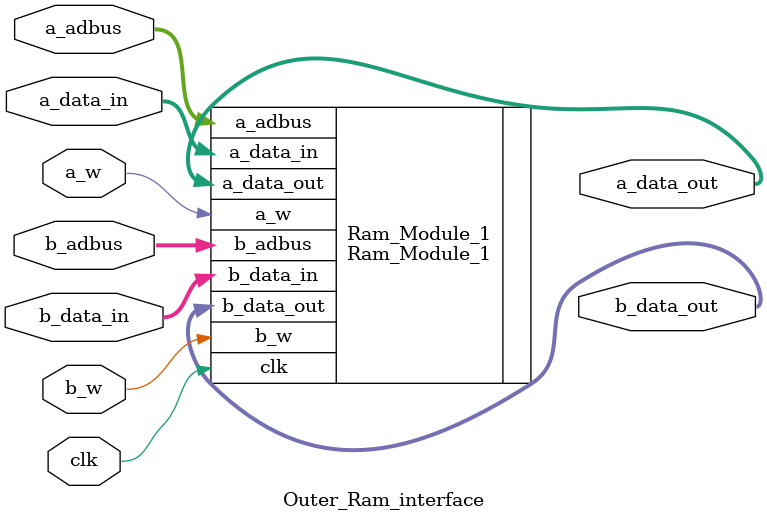
<source format=v>
`timescale 1ns / 1ps
module Outer_Ram_interface#(
	parameter Data=256,
	parameter Addr=5,
	parameter command_len=1)
	(
   input wire clk,
	//interfacing of Ram for taking Data from outside
	input  wire               a_w,	
	input  wire  [Addr:0]     a_adbus,
	input  wire  [(Data-1):0] a_data_in,
	output wire   [(Data-1):0] a_data_out,
	//interfacing of Ram with inner module
	input  wire               b_w,
	input  wire  [Addr:0]     b_adbus,                 //address bus
	input  wire  [(Data-1):0] b_data_in,
	output wire   [(Data-1):0] b_data_out
	

    );





Ram_Module_1 Ram_Module_1 (
		.clk(clk), 
		.a_w(a_w), 
		.b_w(b_w), 
		.a_adbus(a_adbus), 
		.a_data_in(a_data_in), 
		.a_data_out(a_data_out), 
		.b_adbus(b_adbus), 
		.b_data_in(b_data_in), 
		.b_data_out(b_data_out)
	);


endmodule

</source>
